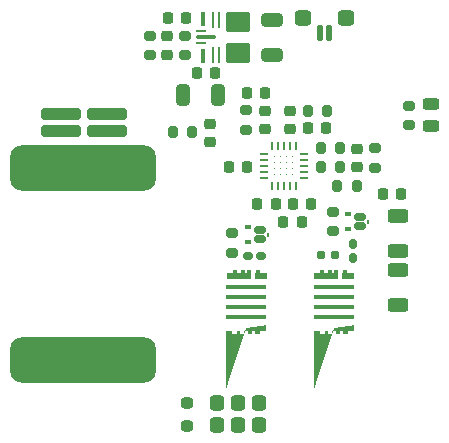
<source format=gbr>
%TF.GenerationSoftware,KiCad,Pcbnew,8.0.4*%
%TF.CreationDate,2024-08-11T00:51:52+02:00*%
%TF.ProjectId,PowerAmpSupply,506f7765-7241-46d7-9053-7570706c792e,rev?*%
%TF.SameCoordinates,Original*%
%TF.FileFunction,Paste,Top*%
%TF.FilePolarity,Positive*%
%FSLAX46Y46*%
G04 Gerber Fmt 4.6, Leading zero omitted, Abs format (unit mm)*
G04 Created by KiCad (PCBNEW 8.0.4) date 2024-08-11 00:51:52*
%MOMM*%
%LPD*%
G01*
G04 APERTURE LIST*
G04 Aperture macros list*
%AMRoundRect*
0 Rectangle with rounded corners*
0 $1 Rounding radius*
0 $2 $3 $4 $5 $6 $7 $8 $9 X,Y pos of 4 corners*
0 Add a 4 corners polygon primitive as box body*
4,1,4,$2,$3,$4,$5,$6,$7,$8,$9,$2,$3,0*
0 Add four circle primitives for the rounded corners*
1,1,$1+$1,$2,$3*
1,1,$1+$1,$4,$5*
1,1,$1+$1,$6,$7*
1,1,$1+$1,$8,$9*
0 Add four rect primitives between the rounded corners*
20,1,$1+$1,$2,$3,$4,$5,0*
20,1,$1+$1,$4,$5,$6,$7,0*
20,1,$1+$1,$6,$7,$8,$9,0*
20,1,$1+$1,$8,$9,$2,$3,0*%
%AMFreePoly0*
4,1,42,-0.170866,0.521194,-0.143806,0.494134,-0.140000,0.475000,-0.140000,0.235000,0.140000,0.235000,0.140000,0.475000,0.143806,0.494134,0.170866,0.521194,0.190000,0.525000,0.460000,0.525000,0.479134,0.521194,0.506194,0.494134,0.510000,0.475000,0.510000,0.235000,0.700000,0.235000,0.700000,0.475000,0.703806,0.494134,0.730866,0.521194,0.750000,0.525000,1.000000,0.525000,
1.019134,0.521194,1.046194,0.494134,1.050000,0.475000,1.050000,-0.185000,1.046194,-0.204134,1.019134,-0.231194,1.000000,-0.235000,-1.000000,-0.235000,-1.019134,-0.231194,-1.046194,-0.204134,-1.050000,-0.185000,-1.050000,0.185000,-1.046194,0.204134,-1.019134,0.231194,-1.000000,0.235000,-0.510000,0.235000,-0.510000,0.475000,-0.506194,0.494134,-0.479134,0.521194,-0.460000,0.525000,
-0.190000,0.525000,-0.170866,0.521194,-0.170866,0.521194,$1*%
%AMFreePoly1*
4,1,17,1.669134,0.181194,1.696194,0.154134,1.700000,0.135000,1.700000,-0.135000,1.696194,-0.154134,1.669134,-0.181194,1.650000,-0.185000,-1.650000,-0.185000,-1.669134,-0.181194,-1.696194,-0.154134,-1.700000,-0.135000,-1.700000,0.135000,-1.696194,0.154134,-1.669134,0.181194,-1.650000,0.185000,1.650000,0.185000,1.669134,0.181194,1.669134,0.181194,$1*%
%AMFreePoly2*
4,1,57,1.669134,0.231194,1.696194,0.204134,1.700000,0.185000,1.700000,-0.185000,1.696194,-0.204134,1.669134,-0.231194,1.650000,-0.235000,1.160000,-0.235000,1.160000,-0.475000,1.156194,-0.494134,1.129134,-0.521194,1.110000,-0.525000,0.840000,-0.525000,0.820866,-0.521194,0.793806,-0.494134,0.790000,-0.475000,0.790000,-0.235000,0.510000,-0.235000,0.510000,-0.475000,0.506194,-0.494134,
0.479134,-0.521194,0.460000,-0.525000,0.190000,-0.525000,0.170866,-0.521194,0.143806,-0.494134,0.140000,-0.475000,0.140000,-0.235000,-0.140000,-0.235000,-0.140000,-0.475000,-0.143806,-0.494134,-0.170866,-0.521194,-0.190000,-0.525000,-0.460000,-0.525000,-0.479134,-0.521194,-0.506194,-0.494134,-0.510000,-0.475000,-0.510000,-0.235000,-0.790000,-0.235000,-0.790000,-0.475000,-0.793806,-0.494134,
-0.820866,-0.521194,-0.840000,-0.525000,-1.110000,-0.525000,-1.129134,-0.521194,-1.156194,-0.494134,-1.160000,-0.475000,-1.160000,-0.235000,-1.650000,-0.235000,-1.669134,-0.231194,-1.696194,-0.204134,-1.700000,-0.185000,-1.700000,0.185000,-1.696194,0.204134,-1.669134,0.231194,-1.650000,0.235000,1.650000,0.235000,1.669134,0.231194,1.669134,0.231194,$1*%
%AMFreePoly3*
4,1,27,-0.092866,0.521194,-0.065806,0.494134,-0.062000,0.475000,-0.062000,0.235000,0.438000,0.235000,0.457134,0.231194,0.484194,0.204134,0.488000,0.185000,0.488000,-0.185000,0.484194,-0.204134,0.457134,-0.231194,0.438000,-0.235000,-0.447000,-0.235000,-0.466134,-0.231194,-0.493194,-0.204134,-0.497000,-0.185000,-0.497000,0.185000,-0.493194,0.204134,-0.466134,0.231194,-0.447000,0.235000,
-0.412000,0.235000,-0.412000,0.475000,-0.408194,0.494134,-0.381134,0.521194,-0.362000,0.525000,-0.112000,0.525000,-0.092866,0.521194,-0.092866,0.521194,$1*%
G04 Aperture macros list end*
%ADD10RoundRect,0.200000X-0.275000X0.200000X-0.275000X-0.200000X0.275000X-0.200000X0.275000X0.200000X0*%
%ADD11RoundRect,0.250000X-0.625000X0.312500X-0.625000X-0.312500X0.625000X-0.312500X0.625000X0.312500X0*%
%ADD12RoundRect,0.200000X0.200000X0.275000X-0.200000X0.275000X-0.200000X-0.275000X0.200000X-0.275000X0*%
%ADD13RoundRect,0.200000X0.275000X-0.200000X0.275000X0.200000X-0.275000X0.200000X-0.275000X-0.200000X0*%
%ADD14RoundRect,0.225000X0.250000X-0.225000X0.250000X0.225000X-0.250000X0.225000X-0.250000X-0.225000X0*%
%ADD15RoundRect,0.225000X-0.250000X0.225000X-0.250000X-0.225000X0.250000X-0.225000X0.250000X0.225000X0*%
%ADD16R,0.000001X0.000001*%
%ADD17O,0.700000X0.240000*%
%ADD18O,0.240000X0.700000*%
%ADD19RoundRect,0.160000X0.197500X0.160000X-0.197500X0.160000X-0.197500X-0.160000X0.197500X-0.160000X0*%
%ADD20FreePoly0,0.000000*%
%ADD21FreePoly1,0.000000*%
%ADD22FreePoly2,0.000000*%
%ADD23FreePoly3,0.000000*%
%ADD24RoundRect,0.225000X0.225000X0.250000X-0.225000X0.250000X-0.225000X-0.250000X0.225000X-0.250000X0*%
%ADD25RoundRect,0.125000X0.125000X0.525000X-0.125000X0.525000X-0.125000X-0.525000X0.125000X-0.525000X0*%
%ADD26RoundRect,0.325000X0.375000X0.325000X-0.375000X0.325000X-0.375000X-0.325000X0.375000X-0.325000X0*%
%ADD27RoundRect,0.225000X-0.225000X-0.250000X0.225000X-0.250000X0.225000X0.250000X-0.225000X0.250000X0*%
%ADD28RoundRect,0.200000X-0.200000X-0.275000X0.200000X-0.275000X0.200000X0.275000X-0.200000X0.275000X0*%
%ADD29RoundRect,0.250000X-1.450000X0.250000X-1.450000X-0.250000X1.450000X-0.250000X1.450000X0.250000X0*%
%ADD30RoundRect,0.250000X0.325000X0.650000X-0.325000X0.650000X-0.325000X-0.650000X0.325000X-0.650000X0*%
%ADD31RoundRect,0.160000X0.222500X0.160000X-0.222500X0.160000X-0.222500X-0.160000X0.222500X-0.160000X0*%
%ADD32RoundRect,0.250000X0.650000X-0.325000X0.650000X0.325000X-0.650000X0.325000X-0.650000X-0.325000X0*%
%ADD33RoundRect,0.160000X0.325000X-0.160000X0.325000X0.160000X-0.325000X0.160000X-0.325000X-0.160000X0*%
%ADD34RoundRect,0.100000X-0.150000X-0.100000X0.150000X-0.100000X0.150000X0.100000X-0.150000X0.100000X0*%
%ADD35R,0.250000X0.400000*%
%ADD36RoundRect,0.956250X-5.203750X0.956250X-5.203750X-0.956250X5.203750X-0.956250X5.203750X0.956250X0*%
%ADD37RoundRect,0.243750X-0.456250X0.243750X-0.456250X-0.243750X0.456250X-0.243750X0.456250X0.243750X0*%
%ADD38RoundRect,0.092500X0.092500X-0.520000X0.092500X0.520000X-0.092500X0.520000X-0.092500X-0.520000X0*%
%ADD39RoundRect,0.062500X0.062500X-0.587500X0.062500X0.587500X-0.062500X0.587500X-0.062500X-0.587500X0*%
%ADD40RoundRect,0.170000X0.855000X-0.680000X0.855000X0.680000X-0.855000X0.680000X-0.855000X-0.680000X0*%
%ADD41RoundRect,0.062500X0.387500X-0.062500X0.387500X0.062500X-0.387500X0.062500X-0.387500X-0.062500X0*%
%ADD42RoundRect,0.075000X0.735000X-0.075000X0.735000X0.075000X-0.735000X0.075000X-0.735000X-0.075000X0*%
%ADD43RoundRect,0.300000X0.300000X-0.350000X0.300000X0.350000X-0.300000X0.350000X-0.300000X-0.350000X0*%
%ADD44RoundRect,0.237500X0.262500X-0.237500X0.262500X0.237500X-0.262500X0.237500X-0.262500X-0.237500X0*%
%ADD45RoundRect,0.160000X-0.160000X0.222500X-0.160000X-0.222500X0.160000X-0.222500X0.160000X0.222500X0*%
G04 APERTURE END LIST*
D10*
%TO.C,R18*%
X165100000Y-82475000D03*
X165100000Y-84125000D03*
%TD*%
D11*
%TO.C,R10*%
X186100000Y-97737500D03*
X186100000Y-100662500D03*
%TD*%
D12*
%TO.C,R5*%
X181225000Y-93600000D03*
X179575000Y-93600000D03*
%TD*%
D13*
%TO.C,R6*%
X184200000Y-93625000D03*
X184200000Y-91975000D03*
%TD*%
D14*
%TO.C,C16*%
X177000000Y-90375000D03*
X177000000Y-88825000D03*
%TD*%
D15*
%TO.C,C2*%
X170200000Y-89925000D03*
X170200000Y-91475000D03*
%TD*%
D16*
%TO.C,U1*%
X175731251Y-92731251D03*
X175731251Y-93243751D03*
X175731251Y-93756249D03*
X175731251Y-94268749D03*
X176243751Y-92731251D03*
X176243751Y-93243751D03*
X176243751Y-93756249D03*
X176243751Y-94268749D03*
X176756249Y-92731251D03*
X176756249Y-93243751D03*
X176756249Y-93756249D03*
X176756249Y-94268749D03*
X177268749Y-92731251D03*
X177268749Y-93243751D03*
X177268749Y-93756249D03*
X177268749Y-94268749D03*
D17*
X174800000Y-92500000D03*
X174800000Y-93000000D03*
X174800000Y-93500000D03*
X174800000Y-94000000D03*
X174800000Y-94500000D03*
D18*
X175500000Y-95200000D03*
X176000000Y-95200000D03*
X176500000Y-95200000D03*
X177000000Y-95200000D03*
X177500000Y-95200000D03*
D17*
X178200000Y-94500000D03*
X178200000Y-94000000D03*
X178200000Y-93500000D03*
X178200000Y-93000000D03*
X178200000Y-92500000D03*
D18*
X177500000Y-91800000D03*
X177000000Y-91800000D03*
X176500000Y-91800000D03*
X176000000Y-91800000D03*
X175500000Y-91800000D03*
%TD*%
D19*
%TO.C,TH1*%
X180797500Y-101000000D03*
X179602500Y-101000000D03*
%TD*%
D12*
%TO.C,R3*%
X168725000Y-90600000D03*
X167075000Y-90600000D03*
%TD*%
D20*
%TO.C,Q1*%
X172650000Y-102825000D03*
D21*
X173300000Y-103725000D03*
X173300000Y-104575000D03*
X173300000Y-105425000D03*
X173300000Y-106275000D03*
D22*
X173300000Y-107175000D03*
D23*
X174512000Y-102825000D03*
%TD*%
D24*
%TO.C,C3*%
X175775000Y-96700000D03*
X174225000Y-96700000D03*
%TD*%
D25*
%TO.C,M1*%
X179500000Y-82250000D03*
X180300000Y-82250000D03*
D26*
X181700000Y-80950000D03*
X178100000Y-80950000D03*
%TD*%
D27*
%TO.C,C13*%
X171825000Y-93550000D03*
X173375000Y-93550000D03*
%TD*%
D13*
%TO.C,R11*%
X173300000Y-90425000D03*
X173300000Y-88775000D03*
%TD*%
D27*
%TO.C,C19*%
X173325000Y-87300000D03*
X174875000Y-87300000D03*
%TD*%
D28*
%TO.C,R12*%
X178475000Y-88800000D03*
X180125000Y-88800000D03*
%TD*%
D29*
%TO.C,R1*%
X161500000Y-89050000D03*
X161500000Y-90550000D03*
%TD*%
D24*
%TO.C,C40*%
X168175000Y-81000000D03*
X166625000Y-81000000D03*
%TD*%
D10*
%TO.C,R14*%
X187100000Y-88375000D03*
X187100000Y-90025000D03*
%TD*%
D27*
%TO.C,C15*%
X178525000Y-90300000D03*
X180075000Y-90300000D03*
%TD*%
D14*
%TO.C,C4*%
X182700000Y-93575000D03*
X182700000Y-92025000D03*
%TD*%
D10*
%TO.C,R8*%
X180600000Y-97375000D03*
X180600000Y-99025000D03*
%TD*%
D30*
%TO.C,C37*%
X170875000Y-87500000D03*
X167925000Y-87500000D03*
%TD*%
D27*
%TO.C,C12*%
X177225000Y-96700000D03*
X178775000Y-96700000D03*
%TD*%
D31*
%TO.C,FB1*%
X174572500Y-101100000D03*
X173427500Y-101100000D03*
%TD*%
D32*
%TO.C,C39*%
X175500000Y-84075000D03*
X175500000Y-81125000D03*
%TD*%
D20*
%TO.C,Q3*%
X180050000Y-102825000D03*
D21*
X180700000Y-103725000D03*
X180700000Y-104575000D03*
X180700000Y-105425000D03*
X180700000Y-106275000D03*
D22*
X180700000Y-107175000D03*
D23*
X181912000Y-102825000D03*
%TD*%
D29*
%TO.C,R2*%
X157600000Y-89050000D03*
X157600000Y-90550000D03*
%TD*%
D33*
%TO.C,Q4*%
X182950000Y-97780000D03*
X182950000Y-98580000D03*
D34*
X181900000Y-97550000D03*
X181900000Y-98850000D03*
D35*
X183625000Y-98200000D03*
%TD*%
D36*
%TO.C,L1*%
X159500000Y-93677500D03*
X159500000Y-109922500D03*
%TD*%
D28*
%TO.C,R4*%
X180975000Y-95200000D03*
X182625000Y-95200000D03*
%TD*%
D37*
%TO.C,D2*%
X188900000Y-88262500D03*
X188900000Y-90137500D03*
%TD*%
D38*
%TO.C,U4*%
X169640000Y-84137500D03*
D39*
X170450000Y-84100000D03*
X170950000Y-84100000D03*
D40*
X172595000Y-83900000D03*
X172595000Y-81300000D03*
D39*
X170950000Y-81100000D03*
X170450000Y-81100000D03*
D38*
X169650000Y-81062500D03*
D41*
X169490000Y-82100000D03*
D42*
X169850000Y-82600000D03*
D41*
X169490000Y-83100000D03*
%TD*%
D15*
%TO.C,C35*%
X166600000Y-82525000D03*
X166600000Y-84075000D03*
%TD*%
D33*
%TO.C,Q2*%
X174450000Y-98880000D03*
X174450000Y-99680000D03*
D34*
X173400000Y-98650000D03*
X173400000Y-99950000D03*
D35*
X175125000Y-99300000D03*
%TD*%
D43*
%TO.C,D1*%
X170800000Y-115400000D03*
X172600000Y-115400000D03*
X174400000Y-115400000D03*
X170800000Y-113600000D03*
X172600000Y-113600000D03*
X174400000Y-113600000D03*
D44*
X168250000Y-115470000D03*
X168250000Y-113530000D03*
%TD*%
D28*
%TO.C,R13*%
X179575000Y-92000000D03*
X181225000Y-92000000D03*
%TD*%
D10*
%TO.C,R20*%
X168100000Y-82475000D03*
X168100000Y-84125000D03*
%TD*%
D24*
%TO.C,C1*%
X177975000Y-98200000D03*
X176425000Y-98200000D03*
%TD*%
D11*
%TO.C,R9*%
X186100000Y-102300000D03*
X186100000Y-105225000D03*
%TD*%
D24*
%TO.C,C38*%
X170675000Y-85600000D03*
X169125000Y-85600000D03*
%TD*%
D10*
%TO.C,R7*%
X172100000Y-99175000D03*
X172100000Y-100825000D03*
%TD*%
D45*
%TO.C,FB2*%
X182300000Y-100127500D03*
X182300000Y-101272500D03*
%TD*%
D14*
%TO.C,C17*%
X174900000Y-90375000D03*
X174900000Y-88825000D03*
%TD*%
D27*
%TO.C,C18*%
X184825000Y-95900000D03*
X186375000Y-95900000D03*
%TD*%
M02*

</source>
